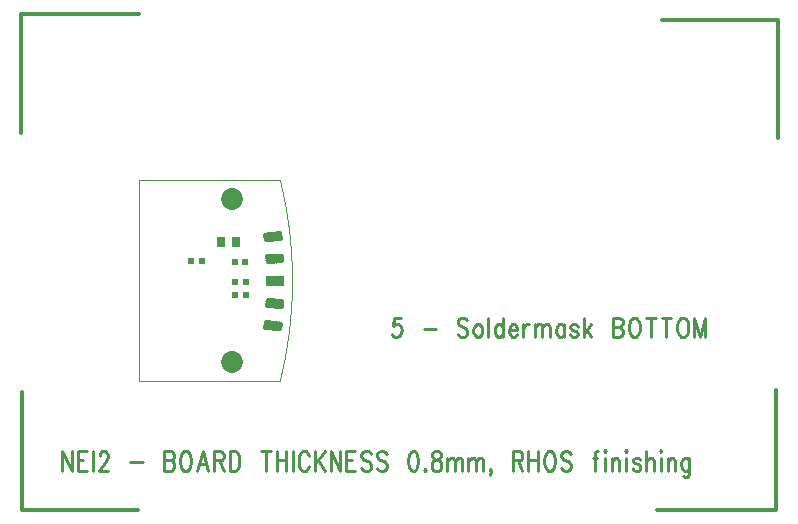
<source format=gbr>
*
*
G04 PADS 9.3 Build Number: 433611 generated Gerber (RS-274-X) file*
G04 PC Version=2.1*
*
%IN "NEI2_2.pcb"*%
*
%MOIN*%
*
%FSLAX35Y35*%
*
*
*
*
G04 PC Standard Apertures*
*
*
G04 Thermal Relief Aperture macro.*
%AMTER*
1,1,$1,0,0*
1,0,$1-$2,0,0*
21,0,$3,$4,0,0,45*
21,0,$3,$4,0,0,135*
%
*
*
G04 Annular Aperture macro.*
%AMANN*
1,1,$1,0,0*
1,0,$2,0,0*
%
*
*
G04 Odd Aperture macro.*
%AMODD*
1,1,$1,0,0*
1,0,$1-0.005,0,0*
%
*
*
G04 PC Custom Aperture Macros*
*
*
*
*
*
*
G04 PC Aperture Table*
*
%ADD010C,0.00394*%
%ADD016C,0.01*%
%ADD028C,0.001*%
%ADD037C,0.01181*%
%ADD054R,0.062X0.032*%
%ADD056C,0.07287*%
%ADD057R,0.02365X0.02365*%
%ADD066R,0.026X0.037*%
*
*
*
*
G04 PC Circuitry*
G04 Layer Name NEI2_2.pcb - circuitry*
%LPD*%
*
*
G04 PC Custom Flashes*
G04 Layer Name NEI2_2.pcb - flashes*
%LPD*%
*
*
G04 PC Circuitry*
G04 Layer Name NEI2_2.pcb - circuitry*
%LPD*%
*
G54D10*
G01X40157Y110433D02*
X87125D01*
X87111Y43450D02*
G75*
G03Y110487I-135443J33519D01*
G01X87125Y43504D02*
X40157D01*
Y110433*
G54D16*
X82503Y83152D02*
X87696Y83424D01*
X87581Y85621*
X82388Y85349*
X82503Y83152*
X82460Y83969D02*
X87667D01*
X82408Y84969D02*
X87615D01*
X82504Y83152D02*
Y85355D01*
X83504Y83204D02*
Y85407D01*
X84504Y83256D02*
Y85460D01*
X85504Y83309D02*
Y85512D01*
X86504Y83361D02*
Y85564D01*
X87504Y83414D02*
Y85617D01*
X82388Y68588D02*
X87581Y68316D01*
X87696Y70513*
X82503Y70785*
X82388Y68588*
X87581Y68316D02*
X87581D01*
X82426Y69316D02*
X87633D01*
X82479Y70316D02*
X87686D01*
X82504Y68582D02*
Y70785D01*
X83504Y68530D02*
Y70733D01*
X84504Y68477D02*
Y70681D01*
X85504Y68425D02*
Y70628D01*
X86504Y68373D02*
Y70576D01*
X87504Y68320D02*
Y70523D01*
X81759Y61331D02*
X86931Y60788D01*
X87161Y62976*
X81989Y63519*
X81759Y61331*
X86931Y60788D02*
X86931D01*
X81807Y61788D02*
X87036D01*
X81912Y62788D02*
X87141D01*
X82504Y61253D02*
Y63465D01*
X83504Y61148D02*
Y63360D01*
X84504Y61043D02*
Y63255D01*
X85504Y60938D02*
Y63150D01*
X86504Y60833D02*
Y63045D01*
X81989Y90418D02*
X87161Y90961D01*
X86931Y93149*
X81759Y92606*
X81989Y90418*
X81931Y90969D02*
X87160D01*
X81826Y91969D02*
X87055D01*
X85210Y92969D02*
X86950D01*
X82504Y90472D02*
Y92684D01*
X83504Y90577D02*
Y92789D01*
X84504Y90682D02*
Y92894D01*
X85504Y90787D02*
Y92999D01*
X86504Y90892D02*
Y93104D01*
X127167Y64633D02*
X124894D01*
X124667Y61821*
X124894Y62133*
X125576Y62446*
X126258*
X126940Y62133*
X127394Y61508*
X127622Y60571*
X127394Y59946*
X127167Y59008*
X126713Y58383*
X126031Y58071*
X125349*
X124667Y58383*
X124440Y58696*
X124213Y59321*
X134894Y60883D02*
X138985D01*
X149440Y63696D02*
X148985Y64321D01*
X148304Y64633*
X147394*
X146713Y64321*
X146258Y63696*
Y63071*
X146485Y62446*
X146713Y62133*
X147167Y61821*
X148531Y61196*
X148985Y60883*
X149213Y60571*
X149440Y59946*
Y59008*
X148985Y58383*
X148304Y58071*
X147394*
X146713Y58383*
X146258Y59008*
X152622Y62446D02*
X152167Y62133D01*
X151713Y61508*
X151485Y60571*
Y59946*
X151713Y59008*
X152167Y58383*
X152622Y58071*
X153304*
X153758Y58383*
X154213Y59008*
X154440Y59946*
Y60571*
X154213Y61508*
X153758Y62133*
X153304Y62446*
X152622*
X156485Y64633D02*
Y58071D01*
X161258Y64633D02*
Y58071D01*
Y61508D02*
X160804Y62133D01*
X160349Y62446*
X159667*
X159213Y62133*
X158758Y61508*
X158531Y60571*
Y59946*
X158758Y59008*
X159213Y58383*
X159667Y58071*
X160349*
X160804Y58383*
X161258Y59008*
X163304Y60571D02*
X166031D01*
Y61196*
X165804Y61821*
X165576Y62133*
X165122Y62446*
X164440*
X163985Y62133*
X163531Y61508*
X163304Y60571*
Y59946*
X163531Y59008*
X163985Y58383*
X164440Y58071*
X165122*
X165576Y58383*
X166031Y59008*
X168076Y62446D02*
Y58071D01*
Y60571D02*
X168304Y61508D01*
X168758Y62133*
X169213Y62446*
X169894*
X171940D02*
Y58071D01*
Y61196D02*
X172622Y62133D01*
X173076Y62446*
X173758*
X174213Y62133*
X174440Y61196*
Y58071*
Y61196D02*
X175122Y62133D01*
X175576Y62446*
X176258*
X176713Y62133*
X176940Y61196*
Y58071*
X181713Y62446D02*
Y58071D01*
Y61508D02*
X181258Y62133D01*
X180804Y62446*
X180122*
X179667Y62133*
X179213Y61508*
X178985Y60571*
Y59946*
X179213Y59008*
X179667Y58383*
X180122Y58071*
X180804*
X181258Y58383*
X181713Y59008*
X186258Y61508D02*
X186031Y62133D01*
X185349Y62446*
X184667*
X183985Y62133*
X183758Y61508*
X183985Y60883*
X184440Y60571*
X185576Y60258*
X186031Y59946*
X186258Y59321*
Y59008*
X186031Y58383*
X185349Y58071*
X184667*
X183985Y58383*
X183758Y59008*
X188304Y64633D02*
Y58071D01*
X190576Y62446D02*
X188304Y59321D01*
X189213Y60571D02*
X190804Y58071D01*
X198076Y64633D02*
Y58071D01*
Y64633D02*
X200122D01*
X200804Y64321*
X201031Y64008*
X201258Y63383*
Y62758*
X201031Y62133*
X200804Y61821*
X200122Y61508*
X198076D02*
X200122D01*
X200804Y61196*
X201031Y60883*
X201258Y60258*
Y59321*
X201031Y58696*
X200804Y58383*
X200122Y58071*
X198076*
X204667Y64633D02*
X204213Y64321D01*
X203758Y63696*
X203531Y63071*
X203304Y62133*
Y60571*
X203531Y59633*
X203758Y59008*
X204213Y58383*
X204667Y58071*
X205576*
X206031Y58383*
X206485Y59008*
X206713Y59633*
X206940Y60571*
Y62133*
X206713Y63071*
X206485Y63696*
X206031Y64321*
X205576Y64633*
X204667*
X210576D02*
Y58071D01*
X208985Y64633D02*
X212167D01*
X215804D02*
Y58071D01*
X214213Y64633D02*
X217394D01*
X220804D02*
X220349Y64321D01*
X219894Y63696*
X219667Y63071*
X219440Y62133*
Y60571*
X219667Y59633*
X219894Y59008*
X220349Y58383*
X220804Y58071*
X221713*
X222167Y58383*
X222622Y59008*
X222849Y59633*
X223076Y60571*
Y62133*
X222849Y63071*
X222622Y63696*
X222167Y64321*
X221713Y64633*
X220804*
X225122D02*
Y58071D01*
Y64633D02*
X226940Y58071D01*
X228758Y64633D02*
X226940Y58071D01*
X228758Y64633D02*
Y58071D01*
X14370Y20145D02*
Y13583D01*
Y20145D02*
X17552Y13583D01*
Y20145D02*
Y13583D01*
X19597Y20145D02*
Y13583D01*
Y20145D02*
X22552D01*
X19597Y17020D02*
X21416D01*
X19597Y13583D02*
X22552D01*
X24597Y20145D02*
Y13583D01*
X26870Y18583D02*
Y18895D01*
X27097Y19520*
X27325Y19833*
X27779Y20145*
X28688*
X29143Y19833*
X29370Y19520*
X29597Y18895*
Y18270*
X29370Y17645*
X28916Y16708*
X26643Y13583*
X29825*
X37097Y16395D02*
X41188D01*
X48461Y20145D02*
Y13583D01*
Y20145D02*
X50506D01*
X51188Y19833*
X51416Y19520*
X51643Y18895*
Y18270*
X51416Y17645*
X51188Y17333*
X50506Y17020*
X48461D02*
X50506D01*
X51188Y16708*
X51416Y16395*
X51643Y15770*
Y14833*
X51416Y14208*
X51188Y13895*
X50506Y13583*
X48461*
X55052Y20145D02*
X54597Y19833D01*
X54143Y19208*
X53916Y18583*
X53688Y17645*
Y16083*
X53916Y15145*
X54143Y14520*
X54597Y13895*
X55052Y13583*
X55961*
X56416Y13895*
X56870Y14520*
X57097Y15145*
X57325Y16083*
Y17645*
X57097Y18583*
X56870Y19208*
X56416Y19833*
X55961Y20145*
X55052*
X61188D02*
X59370Y13583D01*
X61188Y20145D02*
X63006Y13583D01*
X60052Y15770D02*
X62325D01*
X65052Y20145D02*
Y13583D01*
Y20145D02*
X67097D01*
X67779Y19833*
X68006Y19520*
X68234Y18895*
Y18270*
X68006Y17645*
X67779Y17333*
X67097Y17020*
X65052*
X66643D02*
X68234Y13583D01*
X70279Y20145D02*
Y13583D01*
Y20145D02*
X71870D01*
X72552Y19833*
X73006Y19208*
X73234Y18583*
X73461Y17645*
Y16083*
X73234Y15145*
X73006Y14520*
X72552Y13895*
X71870Y13583*
X70279*
X82325Y20145D02*
Y13583D01*
X80734Y20145D02*
X83916D01*
X85961D02*
Y13583D01*
X89143Y20145D02*
Y13583D01*
X85961Y17020D02*
X89143D01*
X91188Y20145D02*
Y13583D01*
X96643Y18583D02*
X96416Y19208D01*
X95961Y19833*
X95506Y20145*
X94597*
X94143Y19833*
X93688Y19208*
X93461Y18583*
X93234Y17645*
Y16083*
X93461Y15145*
X93688Y14520*
X94143Y13895*
X94597Y13583*
X95506*
X95961Y13895*
X96416Y14520*
X96643Y15145*
X98688Y20145D02*
Y13583D01*
X101870Y20145D02*
X98688Y15770D01*
X99825Y17333D02*
X101870Y13583D01*
X103916Y20145D02*
Y13583D01*
Y20145D02*
X107097Y13583D01*
Y20145D02*
Y13583D01*
X109143Y20145D02*
Y13583D01*
Y20145D02*
X112097D01*
X109143Y17020D02*
X110961D01*
X109143Y13583D02*
X112097D01*
X117325Y19208D02*
X116870Y19833D01*
X116188Y20145*
X115279*
X114597Y19833*
X114143Y19208*
Y18583*
X114370Y17958*
X114597Y17645*
X115052Y17333*
X116416Y16708*
X116870Y16395*
X117097Y16083*
X117325Y15458*
Y14520*
X116870Y13895*
X116188Y13583*
X115279*
X114597Y13895*
X114143Y14520*
X122552Y19208D02*
X122097Y19833D01*
X121416Y20145*
X120506*
X119825Y19833*
X119370Y19208*
Y18583*
X119597Y17958*
X119825Y17645*
X120279Y17333*
X121643Y16708*
X122097Y16395*
X122325Y16083*
X122552Y15458*
Y14520*
X122097Y13895*
X121416Y13583*
X120506*
X119825Y13895*
X119370Y14520*
X131188Y20145D02*
X130506Y19833D01*
X130052Y18895*
X129825Y17333*
Y16395*
X130052Y14833*
X130506Y13895*
X131188Y13583*
X131643*
X132325Y13895*
X132779Y14833*
X133006Y16395*
Y17333*
X132779Y18895*
X132325Y19833*
X131643Y20145*
X131188*
X135279Y14208D02*
X135052Y13895D01*
X135279Y13583*
X135506Y13895*
X135279Y14208*
X138688Y20145D02*
X138006Y19833D01*
X137779Y19208*
Y18583*
X138006Y17958*
X138461Y17645*
X139370Y17333*
X140052Y17020*
X140506Y16395*
X140734Y15770*
Y14833*
X140506Y14208*
X140279Y13895*
X139597Y13583*
X138688*
X138006Y13895*
X137779Y14208*
X137552Y14833*
Y15770*
X137779Y16395*
X138234Y17020*
X138916Y17333*
X139825Y17645*
X140279Y17958*
X140506Y18583*
Y19208*
X140279Y19833*
X139597Y20145*
X138688*
X142779Y17958D02*
Y13583D01*
Y16708D02*
X143461Y17645D01*
X143916Y17958*
X144597*
X145052Y17645*
X145279Y16708*
Y13583*
Y16708D02*
X145961Y17645D01*
X146416Y17958*
X147097*
X147552Y17645*
X147779Y16708*
Y13583*
X149825Y17958D02*
Y13583D01*
Y16708D02*
X150506Y17645D01*
X150961Y17958*
X151643*
X152097Y17645*
X152325Y16708*
Y13583*
Y16708D02*
X153006Y17645D01*
X153461Y17958*
X154143*
X154597Y17645*
X154825Y16708*
Y13583*
X157325Y13895D02*
X157097Y13583D01*
X156870Y13895*
X157097Y14208*
X157325Y13895*
Y13270*
X157097Y12645*
X156870Y12333*
X164597Y20145D02*
Y13583D01*
Y20145D02*
X166643D01*
X167325Y19833*
X167552Y19520*
X167779Y18895*
Y18270*
X167552Y17645*
X167325Y17333*
X166643Y17020*
X164597*
X166188D02*
X167779Y13583D01*
X169825Y20145D02*
Y13583D01*
X173006Y20145D02*
Y13583D01*
X169825Y17020D02*
X173006D01*
X176416Y20145D02*
X175961Y19833D01*
X175506Y19208*
X175279Y18583*
X175052Y17645*
Y16083*
X175279Y15145*
X175506Y14520*
X175961Y13895*
X176416Y13583*
X177325*
X177779Y13895*
X178234Y14520*
X178461Y15145*
X178688Y16083*
Y17645*
X178461Y18583*
X178234Y19208*
X177779Y19833*
X177325Y20145*
X176416*
X183916Y19208D02*
X183461Y19833D01*
X182779Y20145*
X181870*
X181188Y19833*
X180734Y19208*
Y18583*
X180961Y17958*
X181188Y17645*
X181643Y17333*
X183006Y16708*
X183461Y16395*
X183688Y16083*
X183916Y15458*
Y14520*
X183461Y13895*
X182779Y13583*
X181870*
X181188Y13895*
X180734Y14520*
X193006Y20145D02*
X192552D01*
X192097Y19833*
X191870Y18895*
Y13583*
X191188Y17958D02*
X192779D01*
X195052Y20145D02*
X195279Y19833D01*
X195506Y20145*
X195279Y20458*
X195052Y20145*
X195279Y17958D02*
Y13583D01*
X197552Y17958D02*
Y13583D01*
Y16708D02*
X198234Y17645D01*
X198688Y17958*
X199370*
X199825Y17645*
X200052Y16708*
Y13583*
X202097Y20145D02*
X202325Y19833D01*
X202552Y20145*
X202325Y20458*
X202097Y20145*
X202325Y17958D02*
Y13583D01*
X207097Y17020D02*
X206870Y17645D01*
X206188Y17958*
X205506*
X204825Y17645*
X204597Y17020*
X204825Y16395*
X205279Y16083*
X206416Y15770*
X206870Y15458*
X207097Y14833*
Y14520*
X206870Y13895*
X206188Y13583*
X205506*
X204825Y13895*
X204597Y14520*
X209143Y20145D02*
Y13583D01*
Y16708D02*
X209825Y17645D01*
X210279Y17958*
X210961*
X211416Y17645*
X211643Y16708*
Y13583*
X213688Y20145D02*
X213916Y19833D01*
X214143Y20145*
X213916Y20458*
X213688Y20145*
X213916Y17958D02*
Y13583D01*
X216188Y17958D02*
Y13583D01*
Y16708D02*
X216870Y17645D01*
X217325Y17958*
X218006*
X218461Y17645*
X218688Y16708*
Y13583*
X223461Y17958D02*
Y12958D01*
X223234Y12020*
X223006Y11708*
X222552Y11395*
X221870*
X221416Y11708*
X223461Y17020D02*
X223006Y17645D01*
X222552Y17958*
X221870*
X221416Y17645*
X220961Y17020*
X220734Y16083*
Y15458*
X220961Y14520*
X221416Y13895*
X221870Y13583*
X222552*
X223006Y13895*
X223461Y14520*
G54D28*
G54D37*
X591Y126181D02*
Y165551D01*
Y165945D02*
X39961D01*
X214370Y163976D02*
X252953D01*
Y124606*
X984Y39961D02*
Y591D01*
X39567*
X252165Y40354D02*
Y591D01*
X212795*
G54D54*
X85236Y76969D03*
G54D56*
X70894Y104046D03*
Y49891D03*
G54D57*
X61024Y83465D03*
X57480D03*
X71850Y83071D03*
X75394D03*
X72047Y76575D03*
X75591D03*
X72047Y72047D03*
X75591D03*
G54D66*
X72282Y89961D03*
X67482D03*
G74*
X0Y0D02*
M02*

</source>
